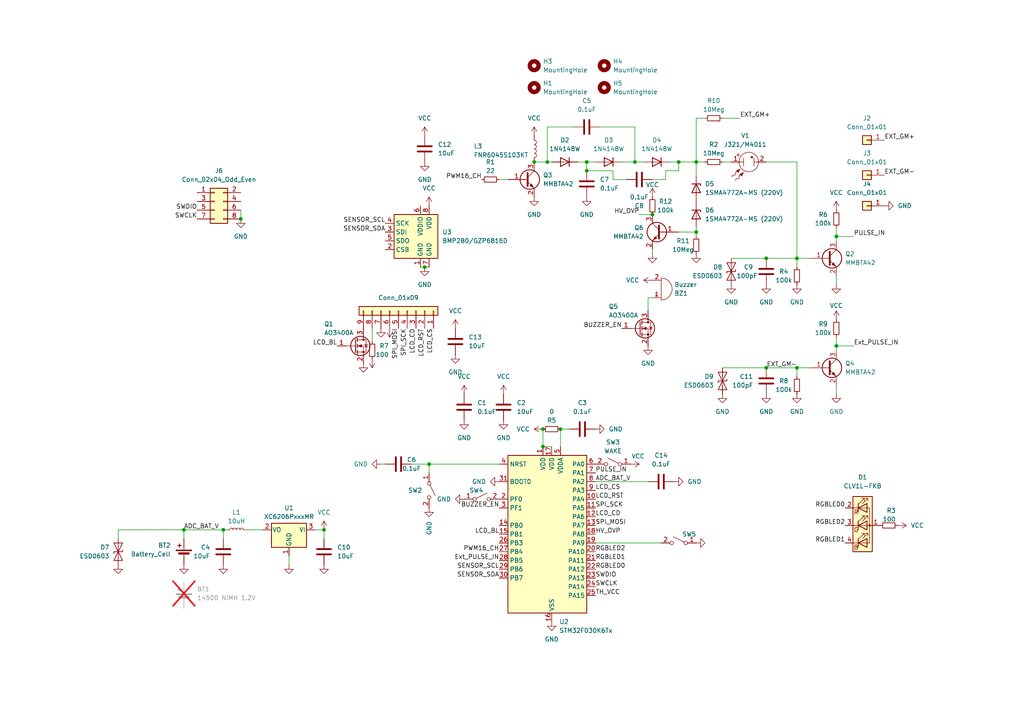
<source format=kicad_sch>
(kicad_sch (version 20231120) (generator "eeschema") (generator_version "8.0")
  (paper "A4")
  (lib_symbols
    (symbol "Connector_Generic:Conn_01x01" (pin_names (offset 1.016) hide)
      (property "Reference" "J" (at 0 2.54 0))
      (property "Value" "Conn_01x01" (at 0 -2.54 0))
      (symbol "Conn_01x01_1_1"
        (pin passive line (at -5.08 0 0) (length 3.81) (name "Pin_1") (number "1"))
      )
    )
    (symbol "Connector_Generic:Conn_01x09" (pin_names (offset 1.016) hide)
      (property "Reference" "J" (at 0 12.7 0))
      (property "Value" "Conn_01x09" (at 0 -12.7 0))
      (symbol "Conn_01x09_1_1"
        (pin passive line (at -5.08 10.16 0) (length 3.81) (name "Pin_1") (number "1"))
        (pin passive line (at -5.08 7.62 0) (length 3.81) (name "Pin_2") (number "2"))
        (pin passive line (at -5.08 5.08 0) (length 3.81) (name "Pin_3") (number "3"))
        (pin passive line (at -5.08 2.54 0) (length 3.81) (name "Pin_4") (number "4"))
        (pin passive line (at -5.08 0 0) (length 3.81) (name "Pin_5") (number "5"))
        (pin passive line (at -5.08 -2.54 0) (length 3.81) (name "Pin_6") (number "6"))
        (pin passive line (at -5.08 -5.08 0) (length 3.81) (name "Pin_7") (number "7"))
        (pin passive line (at -5.08 -7.62 0) (length 3.81) (name "Pin_8") (number "8"))
        (pin passive line (at -5.08 -10.16 0) (length 3.81) (name "Pin_9") (number "9"))
      )
    )
    (symbol "Connector_Generic:Conn_02x04_Odd_Even" (pin_names (offset 1.016) hide)
      (property "Reference" "J" (at 1.27 5.08 0))
      (property "Value" "Conn_02x04_Odd_Even" (at 1.27 -7.62 0))
      (symbol "Conn_02x04_Odd_Even_1_1"
        (pin passive line (at -5.08 2.54 0) (length 3.81) (name "Pin_1") (number "1"))
        (pin passive line (at 7.62 2.54 180) (length 3.81) (name "Pin_2") (number "2"))
        (pin passive line (at -5.08 0 0) (length 3.81) (name "Pin_3") (number "3"))
        (pin passive line (at 7.62 0 180) (length 3.81) (name "Pin_4") (number "4"))
        (pin passive line (at -5.08 -2.54 0) (length 3.81) (name "Pin_5") (number "5"))
        (pin passive line (at 7.62 -2.54 180) (length 3.81) (name "Pin_6") (number "6"))
        (pin passive line (at -5.08 -5.08 0) (length 3.81) (name "Pin_7") (number "7"))
        (pin passive line (at 7.62 -5.08 180) (length 3.81) (name "Pin_8") (number "8"))
      )
    )
    (symbol "Device:Battery_Cell" (pin_numbers hide) (pin_names (offset 0) hide)
      (property "Reference" "BT" (at 2.54 2.54 0))
      (property "Value" "Battery_Cell" (at 2.54 0 0))
      (symbol "Battery_Cell_1_1"
        (pin passive line (at 0 5.08 270) (length 2.54) (name "+") (number "1"))
        (pin passive line (at 0 -2.54 90) (length 2.54) (name "-") (number "2"))
      )
    )
    (symbol "Device:Buzzer" (pin_names (offset 0.0254) hide)
      (property "Reference" "BZ" (at 3.81 1.27 0))
      (property "Value" "Buzzer" (at 3.81 -1.27 0))
      (symbol "Buzzer_1_1"
        (pin passive line (at -2.54 2.54 0) (length 2.54) (name "+") (number "1"))
        (pin passive line (at -2.54 -2.54 0) (length 2.54) (name "-") (number "2"))
      )
    )
    (symbol "Device:C" (pin_numbers hide) (pin_names (offset 0.254))
      (property "Reference" "C" (at 0.635 2.54 0))
      (property "Value" "C" (at 0.635 -2.54 0))
      (symbol "C_1_1"
        (pin passive line (at 0 3.81 270) (length 2.794) (name "~") (number "1"))
        (pin passive line (at 0 -3.81 90) (length 2.794) (name "~") (number "2"))
      )
    )
    (symbol "Device:L" (pin_numbers hide) (pin_names (offset 1.016) hide)
      (property "Reference" "L" (at -1.27 0 90))
      (property "Value" "L" (at 1.905 0 90))
      (symbol "L_1_1"
        (pin passive line (at 0 3.81 270) (length 1.27) (name "1") (number "1"))
        (pin passive line (at 0 -3.81 90) (length 1.27) (name "2") (number "2"))
      )
    )
    (symbol "Device:L_Small" (pin_numbers hide) (pin_names (offset 0.254) hide)
      (property "Reference" "L" (at 0.762 1.016 0))
      (property "Value" "L_Small" (at 0.762 -1.016 0))
      (symbol "L_Small_1_1"
        (pin passive line (at 0 2.54 270) (length 0.508) (name "~") (number "1"))
        (pin passive line (at 0 -2.54 90) (length 0.508) (name "~") (number "2"))
      )
    )
    (symbol "Device:R_Small" (pin_numbers hide) (pin_names (offset 0.254) hide)
      (property "Reference" "R" (at 0.762 0.508 0))
      (property "Value" "R_Small" (at 0.762 -1.016 0))
      (symbol "R_Small_1_1"
        (pin passive line (at 0 2.54 270) (length 0.762) (name "~") (number "1"))
        (pin passive line (at 0 -2.54 90) (length 0.762) (name "~") (number "2"))
      )
    )
    (symbol "Diode:1N4148W" (pin_numbers hide) (pin_names hide)
      (property "Reference" "D" (at 0 2.54 0))
      (property "Value" "1N4148W" (at 0 -2.54 0))
      (symbol "1N4148W_1_1"
        (pin passive line (at -3.81 0 0) (length 2.54) (name "K") (number "1"))
        (pin passive line (at 3.81 0 180) (length 2.54) (name "A") (number "2"))
      )
    )
    (symbol "Diode:DZ2S110X0L" (pin_numbers hide) (pin_names hide)
      (property "Reference" "D" (at 0 2.54 0))
      (property "Value" "DZ2S110X0L" (at 0 -2.54 0))
      (symbol "DZ2S110X0L_1_1"
        (pin passive line (at -3.81 0 0) (length 2.54) (name "K") (number "1"))
        (pin passive line (at 3.81 0 180) (length 2.54) (name "A") (number "2"))
      )
    )
    (symbol "Diode:ESD9B5.0ST5G" (pin_numbers hide) (pin_names (offset 1.016) hide)
      (property "Reference" "D" (at 0 2.54 0))
      (property "Value" "ESD9B5.0ST5G" (at 0 -2.54 0))
      (symbol "ESD9B5.0ST5G_1_1"
        (pin passive line (at -3.81 0 0) (length 2.54) (name "A1") (number "1"))
        (pin passive line (at 3.81 0 180) (length 2.54) (name "A2") (number "2"))
      )
    )
    (symbol "LED:CLV1L-FKB" (pin_names (offset 0) hide)
      (property "Reference" "D" (at 0 9.398 0))
      (property "Value" "CLV1L-FKB" (at 0 -8.89 0))
      (symbol "CLV1L-FKB_0_0"
        (text "B" (at -1.905 -6.35 0) (effects (font (size 1.27 1.27))))
        (text "G" (at -1.905 -1.27 0) (effects (font (size 1.27 1.27))))
        (text "R" (at -1.905 3.81 0) (effects (font (size 1.27 1.27))))
      )
      (symbol "CLV1L-FKB_1_1"
        (pin passive line (at 5.08 0 180) (length 2.54) (name "A") (number "1"))
        (pin passive line (at -5.08 5.08 0) (length 2.54) (name "RK") (number "2"))
        (pin passive line (at -5.08 0 0) (length 2.54) (name "GK") (number "3"))
        (pin passive line (at -5.08 -5.08 0) (length 2.54) (name "BK") (number "4"))
      )
    )
    (symbol "MCU_ST_STM32F0:STM32F030K6Tx"
      (property "Reference" "U" (at -10.16 24.13 0))
      (property "Value" "STM32F030K6Tx" (at 7.62 24.13 0))
      (symbol "STM32F030K6Tx_1_1"
        (pin power_in line (at 0 25.4 270) (length 2.54) (name "VDD") (number "1"))
        (pin bidirectional line (at 15.24 10.16 180) (length 2.54) (name "PA4") (number "10"))
        (pin bidirectional line (at 15.24 7.62 180) (length 2.54) (name "PA5") (number "11"))
        (pin bidirectional line (at 15.24 5.08 180) (length 2.54) (name "PA6") (number "12"))
        (pin bidirectional line (at 15.24 2.54 180) (length 2.54) (name "PA7") (number "13"))
        (pin bidirectional line (at -12.7 2.54 0) (length 2.54) (name "PB0") (number "14"))
        (pin bidirectional line (at -12.7 0 0) (length 2.54) (name "PB1") (number "15"))
        (pin power_in line (at 2.54 -25.4 90) (length 2.54) (name "VSS") (number "16"))
        (pin power_in line (at 2.54 25.4 270) (length 2.54) (name "VDD") (number "17"))
        (pin bidirectional line (at 15.24 0 180) (length 2.54) (name "PA8") (number "18"))
        (pin bidirectional line (at 15.24 -2.54 180) (length 2.54) (name "PA9") (number "19"))
        (pin bidirectional line (at -12.7 10.16 0) (length 2.54) (name "PF0") (number "2"))
        (pin bidirectional line (at 15.24 -5.08 180) (length 2.54) (name "PA10") (number "20"))
        (pin bidirectional line (at 15.24 -7.62 180) (length 2.54) (name "PA11") (number "21"))
        (pin bidirectional line (at 15.24 -10.16 180) (length 2.54) (name "PA12") (number "22"))
        (pin bidirectional line (at 15.24 -12.7 180) (length 2.54) (name "PA13") (number "23"))
        (pin bidirectional line (at 15.24 -15.24 180) (length 2.54) (name "PA14") (number "24"))
        (pin bidirectional line (at 15.24 -17.78 180) (length 2.54) (name "PA15") (number "25"))
        (pin bidirectional line (at -12.7 -2.54 0) (length 2.54) (name "PB3") (number "26"))
        (pin bidirectional line (at -12.7 -5.08 0) (length 2.54) (name "PB4") (number "27"))
        (pin bidirectional line (at -12.7 -7.62 0) (length 2.54) (name "PB5") (number "28"))
        (pin bidirectional line (at -12.7 -10.16 0) (length 2.54) (name "PB6") (number "29"))
        (pin bidirectional line (at -12.7 7.62 0) (length 2.54) (name "PF1") (number "3"))
        (pin bidirectional line (at -12.7 -12.7 0) (length 2.54) (name "PB7") (number "30"))
        (pin input line (at -12.7 15.24 0) (length 2.54) (name "BOOT0") (number "31"))
        (pin passive line (at 2.54 -25.4 90) (length 2.54) hide (name "VSS") (number "32"))
        (pin input line (at -12.7 20.32 0) (length 2.54) (name "NRST") (number "4"))
        (pin power_in line (at 5.08 25.4 270) (length 2.54) (name "VDDA") (number "5"))
        (pin bidirectional line (at 15.24 20.32 180) (length 2.54) (name "PA0") (number "6"))
        (pin bidirectional line (at 15.24 17.78 180) (length 2.54) (name "PA1") (number "7"))
        (pin bidirectional line (at 15.24 15.24 180) (length 2.54) (name "PA2") (number "8"))
        (pin bidirectional line (at 15.24 12.7 180) (length 2.54) (name "PA3") (number "9"))
      )
    )
    (symbol "Mechanical:MountingHole" (pin_names (offset 1.016)) (exclude_from_sim yes) (in_bom no)
      (property "Reference" "H" (at 0 5.08 0))
      (property "Value" "MountingHole" (at 0 3.175 0))
    )
    (symbol "Regulator_Linear:XC6206PxxxMR" (pin_names (offset 0.254))
      (property "Reference" "U" (at -3.81 3.175 0))
      (property "Value" "XC6206PxxxMR" (at 0 3.175 0))
      (symbol "XC6206PxxxMR_1_1"
        (pin power_in line (at 0 -7.62 90) (length 2.54) (name "GND") (number "1"))
        (pin power_out line (at 7.62 0 180) (length 2.54) (name "VO") (number "2"))
        (pin power_in line (at -7.62 0 0) (length 2.54) (name "VI") (number "3"))
      )
    )
    (symbol "Sensor:Nuclear-Radiation_Detector" (pin_names (offset 0) hide)
      (property "Reference" "V" (at 5.08 1.27 0))
      (property "Value" "Nuclear-Radiation_Detector" (at 5.08 -1.27 0))
      (symbol "Nuclear-Radiation_Detector_0_0"
        (text "+" (at 2.032 3.175 0) (effects (font (size 1.27 1.27))))
      )
      (symbol "Nuclear-Radiation_Detector_1_1"
        (pin passive line (at 0 5.08 270) (length 2.54) (name "1") (number "1"))
        (pin passive line (at 0 -5.08 90) (length 2.54) (name "2") (number "2"))
      )
    )
    (symbol "Sensor_Pressure:BMP280"
      (property "Reference" "U" (at -7.62 10.16 0))
      (property "Value" "BMP280" (at 5.08 10.16 0))
      (symbol "BMP280_1_1"
        (pin power_in line (at 0 -7.62 90) (length 2.54) (name "GND") (number "1"))
        (pin input line (at -10.16 -2.54 0) (length 2.54) (name "CSB") (number "2"))
        (pin bidirectional line (at -10.16 2.54 0) (length 2.54) (name "SDI") (number "3"))
        (pin input line (at -10.16 5.08 0) (length 2.54) (name "SCK") (number "4"))
        (pin bidirectional line (at -10.16 0 0) (length 2.54) (name "SDO") (number "5"))
        (pin power_in line (at 0 10.16 270) (length 2.54) (name "VDDIO") (number "6"))
        (pin power_in line (at 2.54 -7.62 90) (length 2.54) (name "GND") (number "7"))
        (pin power_in line (at 2.54 10.16 270) (length 2.54) (name "VDD") (number "8"))
      )
    )
    (symbol "Switch:SW_SPST" (pin_names (offset 0) hide)
      (property "Reference" "SW" (at 0 3.175 0))
      (property "Value" "SW_SPST" (at 0 -2.54 0))
      (symbol "SW_SPST_1_1"
        (pin passive line (at -5.08 0 0) (length 2.54) (name "A") (number "1"))
        (pin passive line (at 5.08 0 180) (length 2.54) (name "B") (number "2"))
      )
    )
    (symbol "Transistor_BJT:MMBTA42" (pin_names (offset 0) hide)
      (property "Reference" "Q" (at 5.08 1.905 0))
      (property "Value" "MMBTA42" (at 5.08 0 0))
      (symbol "MMBTA42_1_1"
        (pin input line (at -5.08 0 0) (length 5.08) (name "B") (number "1"))
        (pin passive line (at 2.54 -5.08 90) (length 2.54) (name "E") (number "2"))
        (pin passive line (at 2.54 5.08 270) (length 2.54) (name "C") (number "3"))
      )
    )
    (symbol "Transistor_FET:AO3400A" (pin_names hide)
      (property "Reference" "Q" (at 5.08 1.905 0))
      (property "Value" "AO3400A" (at 5.08 0 0))
      (symbol "AO3400A_1_1"
        (pin input line (at -5.08 0 0) (length 2.54) (name "G") (number "1"))
        (pin passive line (at 2.54 -5.08 90) (length 2.54) (name "S") (number "2"))
        (pin passive line (at 2.54 5.08 270) (length 2.54) (name "D") (number "3"))
      )
    )
    (symbol "power:GND" (power) (pin_numbers hide) (pin_names (offset 0) hide)
      (property "Value" "GND" (at 0 -3.81 0))
      (symbol "GND_1_1"
        (pin power_in line (at 0 0 270) (length 0) (name "~") (number "1"))
      )
    )
    (symbol "power:VCC" (power) (pin_numbers hide) (pin_names (offset 0) hide)
      (property "Value" "VCC" (at 0 3.556 0))
      (symbol "VCC_1_1"
        (pin power_in line (at 0 0 90) (length 0) (name "~") (number "1"))
      )
    )
  )
  (junction (at 201.93 46.99))
  (junction (at 242.57 100.33))
  (junction (at 242.57 68.58))
  (junction (at 222.25 106.68))
  (junction (at 158.75 46.99))
  (junction (at 231.14 74.93))
  (junction (at 189.23 62.23))
  (junction (at 69.85 63.5))
  (junction (at 231.14 106.68))
  (junction (at 162.56 124.46))
  (junction (at 64.77 153.67))
  (junction (at 53.34 153.67))
  (junction (at 222.25 74.93))
  (junction (at 196.85 46.99))
  (junction (at 201.93 67.31))
  (junction (at 157.48 129.54))
  (junction (at 154.94 46.99))
  (junction (at 93.98 153.67))
  (junction (at 184.15 46.99))
  (junction (at 157.48 124.46))
  (junction (at 170.18 46.99))
  (junction (at 170.18 49.53))
  (junction (at 123.19 77.47))
  (junction (at 124.46 134.62))
  (wire (pts (xy 69.85 60.96) (xy 69.85 63.5)))
  (wire (pts (xy 184.15 46.99) (xy 180.34 46.99)))
  (wire (pts (xy 157.48 124.46) (xy 157.48 129.54)))
  (wire (pts (xy 64.77 153.67) (xy 64.77 156.21)))
  (wire (pts (xy 124.46 137.16) (xy 124.46 134.62)))
  (wire (pts (xy 165.1 124.46) (xy 162.56 124.46)))
  (wire (pts (xy 193.04 52.07) (xy 193.04 49.53)))
  (wire (pts (xy 71.12 153.67) (xy 76.2 153.67)))
  (wire (pts (xy 107.95 95.25) (xy 107.95 99.06)))
  (wire (pts (xy 196.85 49.53) (xy 196.85 46.99)))
  (wire (pts (xy 172.72 157.48) (xy 191.77 157.48)))
  (wire (pts (xy 242.57 68.58) (xy 247.65 68.58)))
  (wire (pts (xy 209.55 106.68) (xy 222.25 106.68)))
  (wire (pts (xy 196.85 67.31) (xy 201.93 67.31)))
  (wire (pts (xy 242.57 66.04) (xy 242.57 68.58)))
  (wire (pts (xy 184.15 36.83) (xy 184.15 46.99)))
  (wire (pts (xy 222.25 74.93) (xy 231.14 74.93)))
  (wire (pts (xy 34.29 156.21) (xy 34.29 153.67)))
  (wire (pts (xy 242.57 100.33) (xy 247.65 100.33)))
  (wire (pts (xy 212.09 74.93) (xy 222.25 74.93)))
  (wire (pts (xy 166.37 36.83) (xy 158.75 36.83)))
  (wire (pts (xy 242.57 97.79) (xy 242.57 100.33)))
  (wire (pts (xy 158.75 46.99) (xy 160.02 46.99)))
  (wire (pts (xy 170.18 49.53) (xy 170.18 46.99)))
  (wire (pts (xy 66.04 153.67) (xy 64.77 153.67)))
  (wire (pts (xy 124.46 134.62) (xy 144.78 134.62)))
  (wire (pts (xy 34.29 153.67) (xy 53.34 153.67)))
  (wire (pts (xy 204.47 34.29) (xy 201.93 34.29)))
  (wire (pts (xy 121.92 77.47) (xy 123.19 77.47)))
  (wire (pts (xy 222.25 46.99) (xy 231.14 46.99)))
  (wire (pts (xy 154.94 46.99) (xy 158.75 46.99)))
  (wire (pts (xy 119.38 134.62) (xy 124.46 134.62)))
  (wire (pts (xy 196.85 46.99) (xy 201.93 46.99)))
  (wire (pts (xy 231.14 46.99) (xy 231.14 74.93)))
  (wire (pts (xy 209.55 46.99) (xy 212.09 46.99)))
  (wire (pts (xy 110.49 134.62) (xy 111.76 134.62)))
  (wire (pts (xy 201.93 66.04) (xy 201.93 67.31)))
  (wire (pts (xy 196.85 46.99) (xy 194.31 46.99)))
  (wire (pts (xy 187.96 86.36) (xy 187.96 90.17)))
  (wire (pts (xy 201.93 46.99) (xy 201.93 50.8)))
  (wire (pts (xy 170.18 46.99) (xy 167.64 46.99)))
  (wire (pts (xy 234.95 74.93) (xy 231.14 74.93)))
  (wire (pts (xy 123.19 77.47) (xy 124.46 77.47)))
  (wire (pts (xy 172.72 139.7) (xy 187.96 139.7)))
  (wire (pts (xy 193.04 49.53) (xy 196.85 49.53)))
  (wire (pts (xy 181.61 52.07) (xy 177.8 52.07)))
  (wire (pts (xy 209.55 34.29) (xy 214.63 34.29)))
  (wire (pts (xy 144.78 52.07) (xy 147.32 52.07)))
  (wire (pts (xy 242.57 80.01) (xy 242.57 82.55)))
  (wire (pts (xy 231.14 74.93) (xy 231.14 77.47)))
  (wire (pts (xy 242.57 100.33) (xy 242.57 101.6)))
  (wire (pts (xy 177.8 52.07) (xy 177.8 49.53)))
  (wire (pts (xy 93.98 153.67) (xy 91.44 153.67)))
  (wire (pts (xy 201.93 34.29) (xy 201.93 46.99)))
  (wire (pts (xy 201.93 67.31) (xy 201.93 68.58)))
  (wire (pts (xy 173.99 36.83) (xy 184.15 36.83)))
  (wire (pts (xy 157.48 129.54) (xy 160.02 129.54)))
  (wire (pts (xy 222.25 106.68) (xy 231.14 106.68)))
  (wire (pts (xy 189.23 72.39) (xy 189.23 73.66)))
  (wire (pts (xy 231.14 106.68) (xy 231.14 109.22)))
  (wire (pts (xy 185.42 62.23) (xy 189.23 62.23)))
  (wire (pts (xy 170.18 46.99) (xy 172.72 46.99)))
  (wire (pts (xy 201.93 46.99) (xy 204.47 46.99)))
  (wire (pts (xy 93.98 156.21) (xy 93.98 153.67)))
  (wire (pts (xy 189.23 86.36) (xy 187.96 86.36)))
  (wire (pts (xy 162.56 124.46) (xy 162.56 129.54)))
  (wire (pts (xy 189.23 52.07) (xy 193.04 52.07)))
  (wire (pts (xy 158.75 36.83) (xy 158.75 46.99)))
  (wire (pts (xy 184.15 46.99) (xy 186.69 46.99)))
  (wire (pts (xy 53.34 153.67) (xy 64.77 153.67)))
  (wire (pts (xy 242.57 68.58) (xy 242.57 69.85)))
  (wire (pts (xy 177.8 49.53) (xy 170.18 49.53)))
  (wire (pts (xy 83.82 161.29) (xy 83.82 163.83)))
  (wire (pts (xy 234.95 106.68) (xy 231.14 106.68)))
  (wire (pts (xy 242.57 111.76) (xy 242.57 114.3)))
  (wire (pts (xy 53.34 156.21) (xy 53.34 153.67)))
  (label "SENSOR_SDA" (at 111.76 67.31 180))
  (label "LCD_CD" (at 172.72 149.86 0))
  (label "HV_OVP" (at 185.42 62.23 180))
  (label "SPI_SCK" (at 172.72 147.32 0))
  (label "SENSOR_SDA" (at 144.78 167.64 180))
  (label "SENSOR_SCL" (at 111.76 64.77 180))
  (label "EXT_GM+" (at 256.54 40.64 0))
  (label "LCD_BL" (at 97.79 100.33 180))
  (label "RGBLED2" (at 172.72 160.02 0))
  (label "SWDIO" (at 57.15 60.96 180))
  (label "RGBLED0" (at 172.72 165.1 0))
  (label "ADC_BAT_V" (at 53.34 153.67 0))
  (label "SWCLK" (at 172.72 170.18 0))
  (label "RGBLED1" (at 245.11 157.48 180))
  (label "TH_VCC" (at 172.72 172.72 0))
  (label "LCD_CD" (at 120.65 95.25 270))
  (label "Ext_PULSE_IN" (at 144.78 162.56 180))
  (label "PWM16_CH" (at 139.7 52.07 180))
  (label "SPI_SCK" (at 118.11 95.25 270))
  (label "LCD_CS" (at 125.73 95.25 270))
  (label "LCD_RST" (at 123.19 95.25 270))
  (label "SENSOR_SCL" (at 144.78 165.1 180))
  (label "RGBLED2" (at 245.11 152.4 180))
  (label "PULSE_IN" (at 172.72 137.16 0))
  (label "SWCLK" (at 57.15 63.5 180))
  (label "HV_OVP" (at 172.72 154.94 0))
  (label "RGBLED1" (at 172.72 162.56 0))
  (label "EXT_GM-" (at 231.14 106.68 180))
  (label "BUZZER_EN" (at 144.78 147.32 180))
  (label "LCD_BL" (at 144.78 154.94 180))
  (label "EXT_GM-" (at 256.54 50.8 0))
  (label "PWM16_CH" (at 144.78 160.02 180))
  (label "BUZZER_EN" (at 180.34 95.25 180))
  (label "Ext_PULSE_IN" (at 247.65 100.33 0))
  (label "RGBLED0" (at 245.11 147.32 180))
  (label "EXT_GM+" (at 214.63 34.29 0))
  (label "PULSE_IN" (at 247.65 68.58 0))
  (label "SWDIO" (at 172.72 167.64 0))
  (label "SPI_MOSI" (at 115.57 95.25 270))
  (label "ADC_BAT_V" (at 172.72 139.7 0))
  (label "LCD_CS" (at 172.72 142.24 0))
  (label "SPI_MOSI" (at 172.72 152.4 0))
  (label "LCD_RST" (at 172.72 144.78 0))
  (symbol (lib_id "Mechanical:MountingHole") (at 154.94 19.05 0) (unit 1) (exclude_from_sim yes) (in_bom no)
    (property "Reference" "H3" (at 157.48 17.7799 0) (effects (justify left)))
    (property "Value" "MountingHole" (at 157.48 20.3199 0) (effects (justify left)))
    (property "Footprint" "MountingHole:MountingHole_3.5mm" (effects (hide yes)))
    (property "Description" "Mounting Hole without connection" (effects (hide yes)))
  )
  (symbol (lib_id "power:GND") (at 209.55 114.3 0) (unit 1)
    (property "Reference" "#PWR046" (effects (hide yes)))
    (property "Value" "GND" (at 209.55 119.38 0))
    (property "Description" "Power symbol creates a global label with name \"GND\" , ground" (effects (hide yes)))
  )
  (symbol (lib_id "Device:C") (at 123.19 43.18 0) (unit 1)
    (property "Reference" "C12" (at 127 41.9099 0) (effects (justify left)))
    (property "Value" "10uF" (at 127 44.4499 0) (effects (justify left)))
    (property "Footprint" "Capacitor_SMD:C_0805_2012Metric" (effects (hide yes)))
    (property "Description" "Unpolarized capacitor" (effects (hide yes)))
  )
  (symbol (lib_id "power:GND") (at 189.23 73.66 0) (unit 1)
    (property "Reference" "#PWR047" (effects (hide yes)))
    (property "Value" "GND" (effects (hide yes)))
    (property "Description" "Power symbol creates a global label with name \"GND\" , ground" (effects (hide yes)))
  )
  (symbol (lib_id "Transistor_FET:AO3400A") (at 185.42 95.25 0) (unit 1)
    (property "Reference" "Q5" (at 176.53 88.9 0) (effects (justify left)))
    (property "Value" "AO3400A" (at 176.53 91.44 0) (effects (justify left)))
    (property "Footprint" "Package_TO_SOT_SMD:SOT-23" (effects (hide yes)))
    (property "Datasheet" "http://www.aosmd.com/pdfs/datasheet/AO3400A.pdf" (effects (hide yes)))
    (property "Description" "30V Vds, 5.7A Id, N-Channel MOSFET, SOT-23" (effects (hide yes)))
  )
  (symbol (lib_id "power:VCC") (at 107.95 104.14 180) (unit 1)
    (property "Reference" "#PWR027" (effects (hide yes)))
    (property "Value" "VCC" (effects (hide yes)))
    (property "Description" "Power symbol creates a global label with name \"VCC\"" (effects (hide yes)))
  )
  (symbol (lib_id "power:GND") (at 187.96 100.33 0) (unit 1)
    (property "Reference" "#PWR035" (effects (hide yes)))
    (property "Value" "GND" (at 187.96 105.41 0))
    (property "Description" "Power symbol creates a global label with name \"GND\" , ground" (effects (hide yes)))
  )
  (symbol (lib_id "power:GND") (at 53.34 163.83 0) (unit 1)
    (property "Reference" "#PWR05" (effects (hide yes)))
    (property "Value" "GND" (effects (hide yes)))
    (property "Description" "Power symbol creates a global label with name \"GND\" , ground" (effects (hide yes)))
  )
  (symbol (lib_id "Device:R_Small") (at 231.14 80.01 0) (unit 1)
    (property "Reference" "R4" (at 227.33 78.74 0))
    (property "Value" "100k" (at 227.33 81.28 0))
    (property "Footprint" "Resistor_SMD:R_0603_1608Metric" (effects (hide yes)))
    (property "Description" "Resistor, small symbol" (effects (hide yes)))
  )
  (symbol (lib_id "Device:R_Small") (at 107.95 101.6 0) (mirror x) (unit 1)
    (property "Reference" "R7" (at 112.776 100.33 0) (effects (justify right)))
    (property "Value" "100" (at 112.776 102.87 0) (effects (justify right)))
    (property "Footprint" "Resistor_SMD:R_0603_1608Metric" (effects (hide yes)))
    (property "Description" "Resistor, small symbol" (effects (hide yes)))
  )
  (symbol (lib_id "Mechanical:MountingHole") (at 175.26 19.05 0) (unit 1) (exclude_from_sim yes) (in_bom no)
    (property "Reference" "H4" (at 177.8 17.7799 0) (effects (justify left)))
    (property "Value" "MountingHole" (at 177.8 20.3199 0) (effects (justify left)))
    (property "Footprint" "MountingHole:MountingHole_3.5mm" (effects (hide yes)))
    (property "Description" "Mounting Hole without connection" (effects (hide yes)))
  )
  (symbol (lib_id "Transistor_BJT:MMBTA42") (at 240.03 74.93 0) (unit 1)
    (property "Reference" "Q2" (at 245.11 73.6599 0) (effects (justify left)))
    (property "Value" "MMBTA42" (at 245.11 76.1999 0) (effects (justify left)))
    (property "Footprint" "Package_TO_SOT_SMD:SOT-23" (effects (hide yes)))
    (property "Datasheet" "https://www.onsemi.com/pub/Collateral/MMBTA42LT1-D.PDF" (effects (hide yes)))
    (property "Description" "0.5A Ic, 300V Vce, NPN High Voltage Transistor, SOT-23" (effects (hide yes)))
  )
  (symbol (lib_id "Device:Battery_Cell") (at 53.34 161.29 0) (mirror y) (unit 1)
    (property "Reference" "BT2" (at 49.53 158.1784 0) (effects (justify left)))
    (property "Value" "Battery_Cell" (at 49.53 160.7184 0) (effects (justify left)))
    (property "Footprint" "RPRP_neo:AA_BatHeld_SMD" (effects (hide yes)))
    (property "Description" "Single-cell battery" (effects (hide yes)))
  )
  (symbol (lib_id "power:GND") (at 172.72 124.46 90) (unit 1)
    (property "Reference" "#PWR019" (effects (hide yes)))
    (property "Value" "GND" (at 176.53 124.4599 90) (effects (justify right)))
    (property "Description" "Power symbol creates a global label with name \"GND\" , ground" (effects (hide yes)))
  )
  (symbol (lib_id "Device:C") (at 222.25 110.49 0) (mirror x) (unit 1)
    (property "Reference" "C11" (at 218.44 109.2199 0) (effects (justify right)))
    (property "Value" "100pF" (at 218.44 111.7599 0) (effects (justify right)))
    (property "Footprint" "Capacitor_SMD:C_0603_1608Metric" (effects (hide yes)))
    (property "Description" "Unpolarized capacitor" (effects (hide yes)))
  )
  (symbol (lib_id "Transistor_BJT:MMBTA42") (at 152.4 52.07 0) (unit 1)
    (property "Reference" "Q3" (at 157.48 50.7999 0) (effects (justify left)))
    (property "Value" "MMBTA42" (at 157.48 53.3399 0) (effects (justify left)))
    (property "Footprint" "Package_TO_SOT_SMD:SOT-23" (effects (hide yes)))
    (property "Datasheet" "https://www.onsemi.com/pub/Collateral/MMBTA42LT1-D.PDF" (effects (hide yes)))
    (property "Description" "0.5A Ic, 300V Vce, NPN High Voltage Transistor, SOT-23" (effects (hide yes)))
  )
  (symbol (lib_id "Diode:ESD9B5.0ST5G") (at 209.55 110.49 90) (mirror x) (unit 1)
    (property "Reference" "D9" (at 207.01 109.2199 90) (effects (justify left)))
    (property "Value" "ESD0603" (at 207.01 111.7599 90) (effects (justify left)))
    (property "Footprint" "Diode_SMD:D_0603_1608Metric" (effects (hide yes)))
    (property "Datasheet" "https://www.onsemi.com/pub/Collateral/ESD9B-D.PDF" (effects (hide yes)))
    (property "Description" "ESD protection diode, 5.0Vrwm, SOD-923" (effects (hide yes)))
  )
  (symbol (lib_id "power:GND") (at 146.05 121.92 0) (unit 1)
    (property "Reference" "#PWR09" (effects (hide yes)))
    (property "Value" "GND" (at 146.05 127 0))
    (property "Description" "Power symbol creates a global label with name \"GND\" , ground" (effects (hide yes)))
  )
  (symbol (lib_id "LED:CLV1L-FKB") (at 250.19 152.4 0) (unit 1)
    (property "Reference" "D1" (at 250.19 138.43 0))
    (property "Value" "CLV1L-FKB" (at 250.19 140.97 0))
    (property "Footprint" "LED_SMD:LED_Cree-PLCC4_3.2x2.8mm_CCW" (effects (hide yes)))
    (property "Datasheet" "http://www.cree.com/led-components/media/documents/CLV1L-FKB-1238.pdf" (effects (hide yes)))
    (property "Description" "Cree PLCC4 3 in 1 SMD LED" (effects (hide yes)))
  )
  (symbol (lib_id "power:GND") (at 144.78 139.7 270) (unit 1)
    (property "Reference" "#PWR018" (effects (hide yes)))
    (property "Value" "GND" (at 140.97 139.6999 90) (effects (justify right)))
    (property "Description" "Power symbol creates a global label with name \"GND\" , ground" (effects (hide yes)))
  )
  (symbol (lib_id "power:VCC") (at 154.94 39.37 0) (unit 1)
    (property "Reference" "#PWR012" (effects (hide yes)))
    (property "Value" "VCC" (at 154.94 34.29 0))
    (property "Description" "Power symbol creates a global label with name \"VCC\"" (effects (hide yes)))
  )
  (symbol (lib_id "Device:R_Small") (at 207.01 34.29 270) (unit 1)
    (property "Reference" "R10" (at 207.01 29.21 90))
    (property "Value" "10Meg" (at 207.01 31.75 90))
    (property "Footprint" "Resistor_SMD:R_0603_1608Metric" (effects (hide yes)))
    (property "Description" "Resistor, small symbol" (effects (hide yes)))
  )
  (symbol (lib_id "Device:R_Small") (at 231.14 111.76 0) (unit 1)
    (property "Reference" "R8" (at 227.33 110.49 0))
    (property "Value" "100k" (at 227.33 113.03 0))
    (property "Footprint" "Resistor_SMD:R_0603_1608Metric" (effects (hide yes)))
    (property "Description" "Resistor, small symbol" (effects (hide yes)))
  )
  (symbol (lib_id "power:GND") (at 123.19 77.47 0) (unit 1)
    (property "Reference" "#PWR043" (effects (hide yes)))
    (property "Value" "GND" (at 123.19 82.55 0))
    (property "Description" "Power symbol creates a global label with name \"GND\" , ground" (effects (hide yes)))
  )
  (symbol (lib_id "power:GND") (at 201.93 73.66 0) (unit 1)
    (property "Reference" "#PWR010" (effects (hide yes)))
    (property "Value" "GND" (effects (hide yes)))
    (property "Description" "Power symbol creates a global label with name \"GND\" , ground" (effects (hide yes)))
  )
  (symbol (lib_id "Device:Battery_Cell") (at 53.34 173.99 0) (mirror y) (unit 1) (on_board no) (dnp yes)
    (property "Reference" "BT1" (at 57.15 170.8784 0) (effects (justify right)))
    (property "Value" "14500 NiMH 1.2V" (at 57.15 173.4184 0) (effects (justify right)))
    (property "Footprint" "RPRP_neo:14500_THT_Battery" (effects (hide yes)))
    (property "Description" "Single-cell battery" (effects (hide yes)))
  )
  (symbol (lib_id "power:GND") (at 34.29 163.83 0) (unit 1)
    (property "Reference" "#PWR036" (effects (hide yes)))
    (property "Value" "GND" (effects (hide yes)))
    (property "Description" "Power symbol creates a global label with name \"GND\" , ground" (effects (hide yes)))
  )
  (symbol (lib_id "power:GND") (at 222.25 82.55 0) (unit 1)
    (property "Reference" "#PWR016" (effects (hide yes)))
    (property "Value" "GND" (at 222.25 87.63 0))
    (property "Description" "Power symbol creates a global label with name \"GND\" , ground" (effects (hide yes)))
  )
  (symbol (lib_id "power:VCC") (at 113.03 95.25 180) (unit 1)
    (property "Reference" "#PWR023" (effects (hide yes)))
    (property "Value" "VCC" (effects (hide yes)))
    (property "Description" "Power symbol creates a global label with name \"VCC\"" (effects (hide yes)))
  )
  (symbol (lib_id "power:GND") (at 105.41 105.41 0) (unit 1)
    (property "Reference" "#PWR028" (effects (hide yes)))
    (property "Value" "GND" (effects (hide yes)))
    (property "Description" "Power symbol creates a global label with name \"GND\" , ground" (effects (hide yes)))
  )
  (symbol (lib_id "Transistor_BJT:MMBTA42") (at 191.77 67.31 0) (mirror y) (unit 1)
    (property "Reference" "Q6" (at 186.69 66.0399 0) (effects (justify left)))
    (property "Value" "MMBTA42" (at 186.69 68.5799 0) (effects (justify left)))
    (property "Footprint" "Package_TO_SOT_SMD:SOT-23" (effects (hide yes)))
    (property "Datasheet" "https://www.onsemi.com/pub/Collateral/MMBTA42LT1-D.PDF" (effects (hide yes)))
    (property "Description" "0.5A Ic, 300V Vce, NPN High Voltage Transistor, SOT-23" (effects (hide yes)))
  )
  (symbol (lib_id "Diode:ESD9B5.0ST5G") (at 212.09 78.74 90) (mirror x) (unit 1)
    (property "Reference" "D8" (at 209.55 77.4699 90) (effects (justify left)))
    (property "Value" "ESD0603" (at 209.55 80.0099 90) (effects (justify left)))
    (property "Footprint" "Diode_SMD:D_0603_1608Metric" (effects (hide yes)))
    (property "Datasheet" "https://www.onsemi.com/pub/Collateral/ESD9B-D.PDF" (effects (hide yes)))
    (property "Description" "ESD protection diode, 5.0Vrwm, SOD-923" (effects (hide yes)))
  )
  (symbol (lib_id "Connector_Generic:Conn_01x01") (at 251.46 59.69 180) (unit 1)
    (property "Reference" "J4" (at 251.46 53.34 0))
    (property "Value" "Conn_01x01" (at 251.46 55.88 0))
    (property "Footprint" "Connector_Wire:SolderWire-0.15sqmm_1x01_D0.5mm_OD1.5mm" (effects (hide yes)))
    (property "Description" "Generic connector, single row, 01x01, script generated (kicad-library-utils/schlib/autogen/connector/)" (effects (hide yes)))
  )
  (symbol (lib_id "Diode:1N4148W") (at 190.5 46.99 180) (unit 1)
    (property "Reference" "D4" (at 190.5 40.64 0))
    (property "Value" "1N4148W" (at 190.5 43.18 0))
    (property "Footprint" "Diode_SMD:D_SOD-123" (effects (hide yes)))
    (property "Datasheet" "https://www.vishay.com/docs/85748/1n4148w.pdf" (effects (hide yes)))
    (property "Description" "75V 0.15A Fast Switching Diode, SOD-123" (effects (hide yes)))
    (property "Sim.Device" "D" (effects (hide yes)))
    (property "Sim.Pins" "1=K 2=A" (effects (hide yes)))
  )
  (symbol (lib_id "Device:C") (at 170.18 36.83 270) (unit 1)
    (property "Reference" "C5" (at 170.18 29.21 90))
    (property "Value" "0.1uF" (at 170.18 31.75 90))
    (property "Footprint" "Capacitor_SMD:C_1206_3216Metric" (effects (hide yes)))
    (property "Description" "Unpolarized capacitor" (effects (hide yes)))
  )
  (symbol (lib_id "power:GND") (at 231.14 82.55 0) (unit 1)
    (property "Reference" "#PWR011" (effects (hide yes)))
    (property "Value" "GND" (at 231.14 87.63 0))
    (property "Description" "Power symbol creates a global label with name \"GND\" , ground" (effects (hide yes)))
  )
  (symbol (lib_id "Device:C") (at 115.57 134.62 270) (mirror x) (unit 1)
    (property "Reference" "C6" (at 119.38 133.35 90))
    (property "Value" "0.1uF" (at 119.38 135.89 90))
    (property "Footprint" "Capacitor_SMD:C_0603_1608Metric" (effects (hide yes)))
    (property "Description" "Unpolarized capacitor" (effects (hide yes)))
  )
  (symbol (lib_id "Switch:SW_SPST") (at 124.46 142.24 270) (unit 1)
    (property "Reference" "SW2" (at 120.396 142.24 90))
    (property "Value" "SW_SPST" (effects (hide yes)))
    (property "Footprint" "RPRP_neo:BTN_OVAL_4.2x3.2x2.5" (effects (hide yes)))
    (property "Description" "Single Pole Single Throw (SPST) switch" (effects (hide yes)))
  )
  (symbol (lib_id "power:GND") (at 212.09 82.55 0) (unit 1)
    (property "Reference" "#PWR045" (effects (hide yes)))
    (property "Value" "GND" (at 212.09 87.63 0))
    (property "Description" "Power symbol creates a global label with name \"GND\" , ground" (effects (hide yes)))
  )
  (symbol (lib_id "Device:C") (at 168.91 124.46 270) (unit 1)
    (property "Reference" "C3" (at 168.91 116.84 90))
    (property "Value" "0.1uF" (at 168.91 119.38 90))
    (property "Footprint" "Capacitor_SMD:C_0603_1608Metric" (effects (hide yes)))
    (property "Description" "Unpolarized capacitor" (effects (hide yes)))
  )
  (symbol (lib_id "power:VCC") (at 182.88 134.62 270) (unit 1)
    (property "Reference" "#PWR02" (effects (hide yes)))
    (property "Value" "VCC" (at 183.134 132.334 90) (effects (justify left)))
    (property "Description" "Power symbol creates a global label with name \"VCC\"" (effects (hide yes)))
  )
  (symbol (lib_id "power:GND") (at 256.54 59.69 90) (unit 1)
    (property "Reference" "#PWR038" (effects (hide yes)))
    (property "Value" "GND" (at 260.35 59.6899 90) (effects (justify right)))
    (property "Description" "Power symbol creates a global label with name \"GND\" , ground" (effects (hide yes)))
  )
  (symbol (lib_id "power:GND") (at 195.58 139.7 90) (unit 1)
    (property "Reference" "#PWR042" (effects (hide yes)))
    (property "Value" "GND" (at 199.39 139.6999 90) (effects (justify right)))
    (property "Description" "Power symbol creates a global label with name \"GND\" , ground" (effects (hide yes)))
  )
  (symbol (lib_id "Device:C") (at 132.08 99.06 0) (unit 1)
    (property "Reference" "C13" (at 135.89 97.7899 0) (effects (justify left)))
    (property "Value" "10uF" (at 135.89 100.3299 0) (effects (justify left)))
    (property "Footprint" "Capacitor_SMD:C_0805_2012Metric" (effects (hide yes)))
    (property "Description" "Unpolarized capacitor" (effects (hide yes)))
  )
  (symbol (lib_id "Device:C") (at 191.77 139.7 270) (unit 1)
    (property "Reference" "C14" (at 191.77 132.08 90))
    (property "Value" "0.1uF" (at 191.77 134.62 90))
    (property "Footprint" "Capacitor_SMD:C_0603_1608Metric" (effects (hide yes)))
    (property "Description" "Unpolarized capacitor" (effects (hide yes)))
  )
  (symbol (lib_id "Transistor_BJT:MMBTA42") (at 240.03 106.68 0) (unit 1)
    (property "Reference" "Q4" (at 245.11 105.4099 0) (effects (justify left)))
    (property "Value" "MMBTA42" (at 245.11 107.9499 0) (effects (justify left)))
    (property "Footprint" "Package_TO_SOT_SMD:SOT-23" (effects (hide yes)))
    (property "Datasheet" "https://www.onsemi.com/pub/Collateral/MMBTA42LT1-D.PDF" (effects (hide yes)))
    (property "Description" "0.5A Ic, 300V Vce, NPN High Voltage Transistor, SOT-23" (effects (hide yes)))
  )
  (symbol (lib_id "power:GND") (at 170.18 57.15 0) (unit 1)
    (property "Reference" "#PWR014" (effects (hide yes)))
    (property "Value" "GND" (at 170.18 62.23 0))
    (property "Description" "Power symbol creates a global label with name \"GND\" , ground" (effects (hide yes)))
  )
  (symbol (lib_id "Switch:SW_SPST") (at 196.85 157.48 0) (mirror y) (unit 1)
    (property "Reference" "SW5" (at 199.898 154.94 0))
    (property "Value" "BACKLIGHT" (effects (hide yes)))
    (property "Footprint" "Button_Switch_SMD:SW_SPST_PTS645" (effects (hide yes)))
    (property "Description" "Single Pole Single Throw (SPST) switch" (effects (hide yes)))
  )
  (symbol (lib_id "power:GND") (at 134.62 144.78 270) (unit 1)
    (property "Reference" "#PWR056" (effects (hide yes)))
    (property "Value" "GND" (at 130.81 144.7799 90) (effects (justify right)))
    (property "Description" "Power symbol creates a global label with name \"GND\" , ground" (effects (hide yes)))
  )
  (symbol (lib_id "Transistor_FET:AO3400A") (at 102.87 100.33 0) (unit 1)
    (property "Reference" "Q1" (at 93.98 93.98 0) (effects (justify left)))
    (property "Value" "AO3400A" (at 93.98 96.52 0) (effects (justify left)))
    (property "Footprint" "Package_TO_SOT_SMD:SOT-23" (effects (hide yes)))
    (property "Datasheet" "http://www.aosmd.com/pdfs/datasheet/AO3400A.pdf" (effects (hide yes)))
    (property "Description" "30V Vds, 5.7A Id, N-Channel MOSFET, SOT-23" (effects (hide yes)))
  )
  (symbol (lib_id "Mechanical:MountingHole") (at 154.94 25.4 0) (unit 1) (exclude_from_sim yes) (in_bom no)
    (property "Reference" "H1" (at 157.48 24.1299 0) (effects (justify left)))
    (property "Value" "MountingHole" (at 157.48 26.6699 0) (effects (justify left)))
    (property "Footprint" "MountingHole:MountingHole_3.5mm" (effects (hide yes)))
    (property "Description" "Mounting Hole without connection" (effects (hide yes)))
  )
  (symbol (lib_id "power:VCC") (at 124.46 59.69 0) (unit 1)
    (property "Reference" "#PWR044" (effects (hide yes)))
    (property "Value" "VCC" (at 124.46 54.61 0))
    (property "Description" "Power symbol creates a global label with name \"VCC\"" (effects (hide yes)))
  )
  (symbol (lib_id "Diode:DZ2S110X0L") (at 201.93 62.23 270) (unit 1)
    (property "Reference" "D6" (at 204.47 60.9599 90) (effects (justify left)))
    (property "Value" "1SMA4772A-MS (220V)" (at 204.47 63.4999 90) (effects (justify left)))
    (property "Footprint" "Diode_SMD:D_SMA" (effects (hide yes)))
    (property "Datasheet" "https://industrial.panasonic.com/content/data/SC/ds/ds4/DZ2S11000L_E.pdf" (effects (hide yes)))
    (property "Description" "150mW Silicon Planar Zener Diode, 11V, SOD-523" (effects (hide yes)))
  )
  (symbol (lib_id "power:GND") (at 132.08 102.87 0) (unit 1)
    (property "Reference" "#PWR049" (effects (hide yes)))
    (property "Value" "GND" (at 132.08 107.95 0))
    (property "Description" "Power symbol creates a global label with name \"GND\" , ground" (effects (hide yes)))
  )
  (symbol (lib_id "Mechanical:MountingHole") (at 175.26 25.4 0) (unit 1) (exclude_from_sim yes) (in_bom no)
    (property "Reference" "H5" (at 177.8 24.1299 0) (effects (justify left)))
    (property "Value" "MountingHole" (at 177.8 26.6699 0) (effects (justify left)))
    (property "Footprint" "MountingHole:MountingHole_3.5mm" (effects (hide yes)))
    (property "Description" "Mounting Hole without connection" (effects (hide yes)))
  )
  (symbol (lib_id "power:GND") (at 231.14 114.3 0) (unit 1)
    (property "Reference" "#PWR031" (effects (hide yes)))
    (property "Value" "GND" (at 231.14 119.38 0))
    (property "Description" "Power symbol creates a global label with name \"GND\" , ground" (effects (hide yes)))
  )
  (symbol (lib_id "power:VCC") (at 93.98 153.67 0) (unit 1)
    (property "Reference" "#PWR025" (effects (hide yes)))
    (property "Value" "VCC" (at 93.98 148.59 0))
    (property "Description" "Power symbol creates a global label with name \"VCC\"" (effects (hide yes)))
  )
  (symbol (lib_id "Regulator_Linear:XC6206PxxxMR") (at 83.82 153.67 0) (mirror y) (unit 1)
    (property "Reference" "U1" (at 83.82 147.32 0))
    (property "Value" "XC6206PxxxMR" (at 83.82 149.86 0))
    (property "Footprint" "Package_TO_SOT_SMD:SOT-23-3" (effects (hide yes)))
    (property "Datasheet" "https://www.torexsemi.com/file/xc6206/XC6206.pdf" (effects (hide yes)))
    (property "Description" "Positive 60-250mA Low Dropout Regulator, Fixed Output, SOT-23" (effects (hide yes)))
  )
  (symbol (lib_id "power:VCC") (at 242.57 92.71 0) (unit 1)
    (property "Reference" "#PWR033" (effects (hide yes)))
    (property "Value" "VCC" (at 242.57 88.646 0))
    (property "Description" "Power symbol creates a global label with name \"VCC\"" (effects (hide yes)))
  )
  (symbol (lib_id "power:VCC") (at 242.57 60.96 0) (unit 1)
    (property "Reference" "#PWR017" (effects (hide yes)))
    (property "Value" "VCC" (at 242.57 55.88 0))
    (property "Description" "Power symbol creates a global label with name \"VCC\"" (effects (hide yes)))
  )
  (symbol (lib_id "Device:C") (at 222.25 78.74 0) (mirror x) (unit 1)
    (property "Reference" "C9" (at 218.44 77.4699 0) (effects (justify right)))
    (property "Value" "100pF" (at 219.71 80.01 0) (effects (justify right)))
    (property "Footprint" "Capacitor_SMD:C_0603_1608Metric" (effects (hide yes)))
    (property "Description" "Unpolarized capacitor" (effects (hide yes)))
  )
  (symbol (lib_id "power:GND") (at 110.49 95.25 0) (unit 1)
    (property "Reference" "#PWR024" (effects (hide yes)))
    (property "Value" "GND" (effects (hide yes)))
    (property "Description" "Power symbol creates a global label with name \"GND\" , ground" (effects (hide yes)))
  )
  (symbol (lib_id "Connector_Generic:Conn_01x01") (at 251.46 40.64 180) (unit 1)
    (property "Reference" "J2" (at 251.46 34.29 0))
    (property "Value" "Conn_01x01" (at 251.46 36.83 0))
    (property "Footprint" "Connector_Wire:SolderWire-0.15sqmm_1x01_D0.5mm_OD1.5mm" (effects (hide yes)))
    (property "Description" "Generic connector, single row, 01x01, script generated (kicad-library-utils/schlib/autogen/connector/)" (effects (hide yes)))
  )
  (symbol (lib_id "Device:R_Small") (at 257.81 152.4 270) (mirror x) (unit 1)
    (property "Reference" "R3" (at 259.842 148.082 90) (effects (justify right)))
    (property "Value" "100" (at 259.842 150.622 90) (effects (justify right)))
    (property "Footprint" "Resistor_SMD:R_0603_1608Metric" (effects (hide yes)))
    (property "Description" "Resistor, small symbol" (effects (hide yes)))
  )
  (symbol (lib_id "MCU_ST_STM32F0:STM32F030K6Tx") (at 157.48 154.94 0) (unit 1)
    (property "Reference" "U2" (at 162.2141 180.34 0) (effects (justify left)))
    (property "Value" "STM32F030K6Tx" (at 162.2141 182.88 0) (effects (justify left)))
    (property "Footprint" "Package_QFP:LQFP-32_7x7mm_P0.8mm" (effects (hide yes)))
    (property "Datasheet" "https://www.st.com/resource/en/datasheet/stm32f030k6.pdf" (effects (hide yes)))
    (property "Description" "STMicroelectronics Arm Cortex-M0 MCU, 32KB flash, 4KB RAM, 48 MHz, 2.4-3.6V, 25 GPIO, LQFP32" (effects (hide yes)))
  )
  (symbol (lib_id "Device:R_Small") (at 142.24 52.07 90) (unit 1)
    (property "Reference" "R1" (at 142.24 46.99 90))
    (property "Value" "22" (at 142.24 49.53 90))
    (property "Footprint" "Resistor_SMD:R_0603_1608Metric" (effects (hide yes)))
    (property "Description" "Resistor, small symbol" (effects (hide yes)))
  )
  (symbol (lib_id "power:GND") (at 123.19 46.99 0) (unit 1)
    (property "Reference" "#PWR040" (effects (hide yes)))
    (property "Value" "GND" (at 123.19 52.07 0))
    (property "Description" "Power symbol creates a global label with name \"GND\" , ground" (effects (hide yes)))
  )
  (symbol (lib_id "power:VCC") (at 260.35 152.4 270) (unit 1)
    (property "Reference" "#PWR032" (effects (hide yes)))
    (property "Value" "VCC" (at 264.16 152.3999 90) (effects (justify left)))
    (property "Description" "Power symbol creates a global label with name \"VCC\"" (effects (hide yes)))
  )
  (symbol (lib_id "Device:L") (at 154.94 43.18 0) (unit 1)
    (property "Reference" "L3" (at 137.414 42.418 0) (effects (justify left)))
    (property "Value" "FNR6045S103KT" (at 137.414 44.958 0) (effects (justify left)))
    (property "Footprint" "Inductor_SMD:L_Changjiang_FNR6045S" (effects (hide yes)))
    (property "Description" "Inductor" (effects (hide yes)))
  )
  (symbol (lib_id "Device:C") (at 93.98 160.02 0) (unit 1)
    (property "Reference" "C10" (at 97.79 158.7499 0) (effects (justify left)))
    (property "Value" "10uF" (at 97.79 161.2899 0) (effects (justify left)))
    (property "Footprint" "Capacitor_SMD:C_0805_2012Metric" (effects (hide yes)))
    (property "Description" "Unpolarized capacitor" (effects (hide yes)))
  )
  (symbol (lib_id "Device:Buzzer") (at 191.77 83.82 0) (mirror x) (unit 1)
    (property "Reference" "BZ1" (at 195.58 85.0901 0) (effects (justify left)))
    (property "Value" "Buzzer" (at 195.58 82.5501 0) (effects (justify left)))
    (property "Footprint" "Buzzer_Beeper:MagneticBuzzer_Kobitone_254-EMB84Q-RO" (effects (hide yes)))
    (property "Description" "Buzzer, polarized" (effects (hide yes)))
  )
  (symbol (lib_id "Switch:SW_SPST") (at 177.8 134.62 0) (mirror y) (unit 1)
    (property "Reference" "SW3" (at 177.8 128.27 0))
    (property "Value" "WAKE" (at 177.8 130.81 0))
    (property "Footprint" "Button_Switch_SMD:SW_SPST_PTS645" (effects (hide yes)))
    (property "Description" "Single Pole Single Throw (SPST) switch" (effects (hide yes)))
  )
  (symbol (lib_id "Device:R_Small") (at 201.93 71.12 0) (unit 1)
    (property "Reference" "R11" (at 198.12 69.85 0))
    (property "Value" "10Meg" (at 198.12 72.39 0))
    (property "Footprint" "Resistor_SMD:R_0603_1608Metric" (effects (hide yes)))
    (property "Description" "Resistor, small symbol" (effects (hide yes)))
  )
  (symbol (lib_id "Diode:1N4148W") (at 163.83 46.99 180) (unit 1)
    (property "Reference" "D2" (at 163.83 40.64 0))
    (property "Value" "1N4148W" (at 163.83 43.18 0))
    (property "Footprint" "Diode_SMD:D_SOD-123" (effects (hide yes)))
    (property "Datasheet" "https://www.vishay.com/docs/85748/1n4148w.pdf" (effects (hide yes)))
    (property "Description" "75V 0.15A Fast Switching Diode, SOD-123" (effects (hide yes)))
    (property "Sim.Device" "D" (effects (hide yes)))
    (property "Sim.Pins" "1=K 2=A" (effects (hide yes)))
  )
  (symbol (lib_id "Device:C") (at 134.62 118.11 180) (unit 1)
    (property "Reference" "C1" (at 138.43 116.8399 0) (effects (justify right)))
    (property "Value" "0.1uF" (at 138.43 119.3799 0) (effects (justify right)))
    (property "Footprint" "Capacitor_SMD:C_0603_1608Metric" (effects (hide yes)))
    (property "Description" "Unpolarized capacitor" (effects (hide yes)))
  )
  (symbol (lib_id "Device:R_Small") (at 189.23 59.69 0) (mirror y) (unit 1)
    (property "Reference" "R12" (at 193.04 58.42 0))
    (property "Value" "100k" (at 193.04 60.96 0))
    (property "Footprint" "Resistor_SMD:R_0603_1608Metric" (effects (hide yes)))
    (property "Description" "Resistor, small symbol" (effects (hide yes)))
  )
  (symbol (lib_id "Sensor_Pressure:BMP280") (at 121.92 69.85 0) (unit 1)
    (property "Reference" "U3" (at 128.27 67.3099 0) (effects (justify left)))
    (property "Value" "BMP280/GZP6816D" (at 128.27 69.8499 0) (effects (justify left)))
    (property "Footprint" "Package_LGA:Bosch_LGA-8_2x2.5mm_P0.65mm_ClockwisePinNumbering" (effects (hide yes)))
    (property "Datasheet" "https://ae-bst.resource.bosch.com/media/_tech/media/datasheets/BST-BMP280-DS001.pdf" (effects (hide yes)))
    (property "Description" "Absolute Barometric Pressure Sensor, LGA-8" (effects (hide yes)))
  )
  (symbol (lib_id "power:GND") (at 134.62 121.92 0) (unit 1)
    (property "Reference" "#PWR07" (effects (hide yes)))
    (property "Value" "GND" (at 134.62 127 0))
    (property "Description" "Power symbol creates a global label with name \"GND\" , ground" (effects (hide yes)))
  )
  (symbol (lib_id "power:GND") (at 110.49 134.62 270) (unit 1)
    (property "Reference" "#PWR022" (effects (hide yes)))
    (property "Value" "GND" (at 106.68 134.6199 90) (effects (justify right)))
    (property "Description" "Power symbol creates a global label with name \"GND\" , ground" (effects (hide yes)))
  )
  (symbol (lib_id "power:VCC") (at 134.62 114.3 0) (unit 1)
    (property "Reference" "#PWR06" (effects (hide yes)))
    (property "Value" "VCC" (at 134.62 109.22 0))
    (property "Description" "Power symbol creates a global label with name \"VCC\"" (effects (hide yes)))
  )
  (symbol (lib_id "power:GND") (at 154.94 57.15 0) (unit 1)
    (property "Reference" "#PWR013" (effects (hide yes)))
    (property "Value" "GND" (at 154.94 62.23 0))
    (property "Description" "Power symbol creates a global label with name \"GND\" , ground" (effects (hide yes)))
  )
  (symbol (lib_id "Diode:ESD9B5.0ST5G") (at 34.29 160.02 90) (mirror x) (unit 1)
    (property "Reference" "D7" (at 31.75 158.7499 90) (effects (justify left)))
    (property "Value" "ESD0603" (at 31.75 161.2899 90) (effects (justify left)))
    (property "Footprint" "Diode_SMD:D_0603_1608Metric" (effects (hide yes)))
    (property "Datasheet" "https://www.onsemi.com/pub/Collateral/ESD9B-D.PDF" (effects (hide yes)))
    (property "Description" "ESD protection diode, 5.0Vrwm, SOD-923" (effects (hide yes)))
  )
  (symbol (lib_id "power:GND") (at 83.82 163.83 0) (unit 1)
    (property "Reference" "#PWR03" (effects (hide yes)))
    (property "Value" "GND" (effects (hide yes)))
    (property "Description" "Power symbol creates a global label with name \"GND\" , ground" (effects (hide yes)))
  )
  (symbol (lib_id "power:GND") (at 93.98 163.83 0) (mirror y) (unit 1)
    (property "Reference" "#PWR020" (effects (hide yes)))
    (property "Value" "GND" (effects (hide yes)))
    (property "Description" "Power symbol creates a global label with name \"GND\" , ground" (effects (hide yes)))
  )
  (symbol (lib_id "Device:R_Small") (at 242.57 95.25 0) (unit 1)
    (property "Reference" "R9" (at 238.76 93.98 0))
    (property "Value" "100k" (at 238.76 96.52 0))
    (property "Footprint" "Resistor_SMD:R_0603_1608Metric" (effects (hide yes)))
    (property "Description" "Resistor, small symbol" (effects (hide yes)))
  )
  (symbol (lib_id "power:VCC") (at 189.23 81.28 90) (unit 1)
    (property "Reference" "#PWR029" (effects (hide yes)))
    (property "Value" "VCC" (at 185.42 81.2799 90) (effects (justify left)))
    (property "Description" "Power symbol creates a global label with name \"VCC\"" (effects (hide yes)))
  )
  (symbol (lib_id "power:GND") (at 69.85 63.5 0) (unit 1)
    (property "Reference" "#PWR037" (effects (hide yes)))
    (property "Value" "GND" (at 69.85 68.58 0))
    (property "Description" "Power symbol creates a global label with name \"GND\" , ground" (effects (hide yes)))
  )
  (symbol (lib_id "Device:C") (at 185.42 52.07 90) (mirror x) (unit 1)
    (property "Reference" "C8" (at 185.42 59.69 90))
    (property "Value" "0.1uF" (at 185.42 57.15 90))
    (property "Footprint" "Capacitor_SMD:C_1206_3216Metric" (effects (hide yes)))
    (property "Description" "Unpolarized capacitor" (effects (hide yes)))
  )
  (symbol (lib_id "power:VCC") (at 189.23 57.15 0) (unit 1)
    (property "Reference" "#PWR050" (effects (hide yes)))
    (property "Value" "VCC" (at 189.23 53.594 0))
    (property "Description" "Power symbol creates a global label with name \"VCC\"" (effects (hide yes)))
  )
  (symbol (lib_id "Sensor:Nuclear-Radiation_Detector") (at 217.17 46.99 90) (unit 1)
    (property "Reference" "V1" (at 216.1564 39.37 90))
    (property "Value" "J321/M4011" (at 216.1564 41.91 90))
    (property "Footprint" "RPRP_neo:J321-M4011_GM_Clip" (effects (hide yes)))
    (property "Description" "Generic radiation detector" (effects (hide yes)))
  )
  (symbol (lib_id "power:VCC") (at 157.48 124.46 90) (unit 1)
    (property "Reference" "#PWR041" (effects (hide yes)))
    (property "Value" "VCC" (at 153.67 124.4599 90) (effects (justify left)))
    (property "Description" "Power symbol creates a global label with name \"VCC\"" (effects (hide yes)))
  )
  (symbol (lib_id "Diode:DZ2S110X0L") (at 201.93 54.61 270) (unit 1)
    (property "Reference" "D5" (at 204.47 53.3399 90) (effects (justify left)))
    (property "Value" "1SMA4772A-MS (220V)" (at 204.47 55.8799 90) (effects (justify left)))
    (property "Footprint" "Diode_SMD:D_SMA" (effects (hide yes)))
    (property "Datasheet" "https://industrial.panasonic.com/content/data/SC/ds/ds4/DZ2S11000L_E.pdf" (effects (hide yes)))
    (property "Description" "150mW Silicon Planar Zener Diode, 11V, SOD-523" (effects (hide yes)))
  )
  (symbol (lib_id "Device:C") (at 170.18 53.34 180) (unit 1)
    (property "Reference" "C7" (at 173.99 52.0699 0) (effects (justify right)))
    (property "Value" "0.1uF" (at 173.99 54.6099 0) (effects (justify right)))
    (property "Footprint" "Capacitor_SMD:C_1206_3216Metric" (effects (hide yes)))
    (property "Description" "Unpolarized capacitor" (effects (hide yes)))
  )
  (symbol (lib_id "Switch:SW_SPST") (at 139.7 144.78 0) (unit 1)
    (property "Reference" "SW4" (at 138.176 142.24 0))
    (property "Value" "SW_SPST" (effects (hide yes)))
    (property "Footprint" "Button_Switch_SMD:SW_SPST_PTS645" (effects (hide yes)))
    (property "Description" "Single Pole Single Throw (SPST) switch" (effects (hide yes)))
  )
  (symbol (lib_id "Device:C") (at 146.05 118.11 0) (unit 1)
    (property "Reference" "C2" (at 149.86 116.8399 0) (effects (justify left)))
    (property "Value" "10uF" (at 149.86 119.3799 0) (effects (justify left)))
    (property "Footprint" "Capacitor_SMD:C_0805_2012Metric" (effects (hide yes)))
    (property "Description" "Unpolarized capacitor" (effects (hide yes)))
  )
  (symbol (lib_id "power:GND") (at 64.77 163.83 0) (unit 1)
    (property "Reference" "#PWR01" (effects (hide yes)))
    (property "Value" "GND" (effects (hide yes)))
    (property "Description" "Power symbol creates a global label with name \"GND\" , ground" (effects (hide yes)))
  )
  (symbol (lib_id "power:VCC") (at 146.05 114.3 0) (unit 1)
    (property "Reference" "#PWR08" (effects (hide yes)))
    (property "Value" "VCC" (at 146.05 109.22 0))
    (property "Description" "Power symbol creates a global label with name \"VCC\"" (effects (hide yes)))
  )
  (symbol (lib_id "Device:L_Small") (at 68.58 153.67 90) (unit 1)
    (property "Reference" "L1" (at 68.58 148.59 90))
    (property "Value" "10uH" (at 68.58 151.13 90))
    (property "Footprint" "Inductor_SMD:L_1008_2520Metric" (effects (hide yes)))
    (property "Description" "Inductor, small symbol" (effects (hide yes)))
  )
  (symbol (lib_id "power:GND") (at 201.93 157.48 90) (unit 1)
    (property "Reference" "#PWR04" (effects (hide yes)))
    (property "Value" "GND" (effects (hide yes)))
    (property "Description" "Power symbol creates a global label with name \"GND\" , ground" (effects (hide yes)))
  )
  (symbol (lib_id "power:GND") (at 242.57 114.3 0) (unit 1)
    (property "Reference" "#PWR034" (effects (hide yes)))
    (property "Value" "GND" (at 242.57 119.38 0))
    (property "Description" "Power symbol creates a global label with name \"GND\" , ground" (effects (hide yes)))
  )
  (symbol (lib_id "power:GND") (at 124.46 147.32 0) (unit 1)
    (property "Reference" "#PWR021" (effects (hide yes)))
    (property "Value" "GND" (at 124.4599 151.13 90) (effects (justify right)))
    (property "Description" "Power symbol creates a global label with name \"GND\" , ground" (effects (hide yes)))
  )
  (symbol (lib_id "power:GND") (at 242.57 82.55 0) (unit 1)
    (property "Reference" "#PWR015" (effects (hide yes)))
    (property "Value" "GND" (effects (hide yes)))
    (property "Description" "Power symbol creates a global label with name \"GND\" , ground" (effects (hide yes)))
  )
  (symbol (lib_id "Device:R_Small") (at 160.02 124.46 270) (unit 1)
    (property "Reference" "R5" (at 160.02 121.92 90))
    (property "Value" "0" (at 160.02 119.38 90))
    (property "Footprint" "Resistor_SMD:R_0603_1608Metric" (effects (hide yes)))
    (property "Description" "Resistor, small symbol" (effects (hide yes)))
  )
  (symbol (lib_id "power:VCC") (at 132.08 95.25 0) (unit 1)
    (property "Reference" "#PWR048" (effects (hide yes)))
    (property "Value" "VCC" (at 132.08 90.17 0))
    (property "Description" "Power symbol creates a global label with name \"VCC\"" (effects (hide yes)))
  )
  (symbol (lib_id "Diode:1N4148W") (at 176.53 46.99 180) (unit 1)
    (property "Reference" "D3" (at 176.53 40.64 0))
    (property "Value" "1N4148W" (at 176.53 43.18 0))
    (property "Footprint" "Diode_SMD:D_SOD-123" (effects (hide yes)))
    (property "Datasheet" "https://www.vishay.com/docs/85748/1n4148w.pdf" (effects (hide yes)))
    (property "Description" "75V 0.15A Fast Switching Diode, SOD-123" (effects (hide yes)))
    (property "Sim.Device" "D" (effects (hide yes)))
    (property "Sim.Pins" "1=K 2=A" (effects (hide yes)))
  )
  (symbol (lib_id "Connector_Generic:Conn_01x09") (at 115.57 90.17 270) (mirror x) (unit 1)
    (property "Reference" "J1" (effects (hide yes)))
    (property "Value" "Conn_01x09" (at 115.57 86.36 90))
    (property "Footprint" "RPRP_neo:FPC_LCD_9pin" (effects (hide yes)))
    (property "Description" "Generic connector, single row, 01x09, script generated (kicad-library-utils/schlib/autogen/connector/)" (effects (hide yes)))
  )
  (symbol (lib_id "power:GND") (at 222.25 114.3 0) (unit 1)
    (property "Reference" "#PWR030" (effects (hide yes)))
    (property "Value" "GND" (at 222.25 119.38 0))
    (property "Description" "Power symbol creates a global label with name \"GND\" , ground" (effects (hide yes)))
  )
  (symbol (lib_id "power:VCC") (at 123.19 39.37 0) (unit 1)
    (property "Reference" "#PWR039" (effects (hide yes)))
    (property "Value" "VCC" (at 123.19 34.29 0))
    (property "Description" "Power symbol creates a global label with name \"VCC\"" (effects (hide yes)))
  )
  (symbol (lib_id "Connector_Generic:Conn_02x04_Odd_Even") (at 62.23 58.42 0) (unit 1)
    (property "Reference" "J6" (at 63.5 49.53 0))
    (property "Value" "Conn_02x04_Odd_Even" (at 63.5 52.07 0))
    (property "Footprint" "Connector_PinHeader_2.54mm:PinHeader_2x04_P2.54mm_Vertical" (effects (hide yes)))
    (property "Description" "Generic connector, double row, 02x04, odd/even pin numbering scheme (row 1 odd numbers, row 2 even numbers), script generated (kicad-library-utils/schlib/autogen/connector/)" (effects (hide yes)))
  )
  (symbol (lib_id "Device:C") (at 64.77 160.02 0) (mirror y) (unit 1)
    (property "Reference" "C4" (at 60.96 158.7499 0) (effects (justify left)))
    (property "Value" "10uF" (at 60.96 161.2899 0) (effects (justify left)))
    (property "Footprint" "Capacitor_SMD:C_0805_2012Metric" (effects (hide yes)))
    (property "Description" "Unpolarized capacitor" (effects (hide yes)))
  )
  (symbol (lib_id "power:GND") (at 160.02 180.34 0) (unit 1)
    (property "Reference" "#PWR026" (effects (hide yes)))
    (property "Value" "GND" (at 160.02 185.42 0))
    (property "Description" "Power symbol creates a global label with name \"GND\" , ground" (effects (hide yes)))
  )
  (symbol (lib_id "Device:R_Small") (at 242.57 63.5 0) (unit 1)
    (property "Reference" "R6" (at 238.76 62.23 0))
    (property "Value" "100k" (at 238.76 64.77 0))
    (property "Footprint" "Resistor_SMD:R_0603_1608Metric" (effects (hide yes)))
    (property "Description" "Resistor, small symbol" (effects (hide yes)))
  )
  (symbol (lib_id "Connector_Generic:Conn_01x01") (at 251.46 50.8 180) (unit 1)
    (property "Reference" "J3" (at 251.46 44.45 0))
    (property "Value" "Conn_01x01" (at 251.46 46.99 0))
    (property "Footprint" "Connector_Wire:SolderWire-0.15sqmm_1x01_D0.5mm_OD1.5mm" (effects (hide yes)))
    (property "Description" "Generic connector, single row, 01x01, script generated (kicad-library-utils/schlib/autogen/connector/)" (effects (hide yes)))
  )
  (symbol (lib_id "Device:R_Small") (at 207.01 46.99 270) (unit 1)
    (property "Reference" "R2" (at 207.01 41.91 90))
    (property "Value" "10Meg" (at 207.01 44.45 90))
    (property "Footprint" "Resistor_SMD:R_0603_1608Metric" (effects (hide yes)))
    (property "Description" "Resistor, small symbol" (effects (hide yes)))
  )
)
</source>
